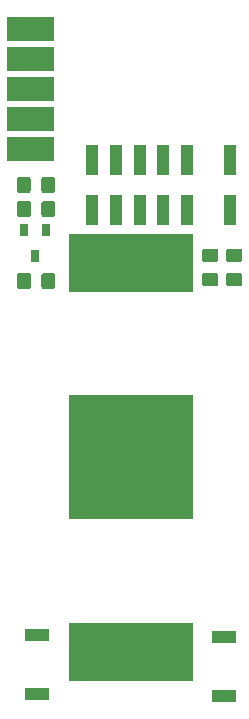
<source format=gtp>
G04 #@! TF.GenerationSoftware,KiCad,Pcbnew,(5.1.5)-3*
G04 #@! TF.CreationDate,2020-04-21T12:57:46+02:00*
G04 #@! TF.ProjectId,RHS_3_Simple,5248535f-335f-4536-996d-706c652e6b69,rev?*
G04 #@! TF.SameCoordinates,Original*
G04 #@! TF.FileFunction,Paste,Top*
G04 #@! TF.FilePolarity,Positive*
%FSLAX46Y46*%
G04 Gerber Fmt 4.6, Leading zero omitted, Abs format (unit mm)*
G04 Created by KiCad (PCBNEW (5.1.5)-3) date 2020-04-21 12:57:46*
%MOMM*%
%LPD*%
G04 APERTURE LIST*
%ADD10R,1.000000X2.580000*%
%ADD11R,10.500000X5.000000*%
%ADD12R,10.500000X10.500000*%
%ADD13C,0.100000*%
%ADD14R,0.800000X1.100000*%
%ADD15R,2.000000X1.000000*%
G04 APERTURE END LIST*
D10*
X108331000Y-140515000D03*
X108331000Y-136345000D03*
X96711000Y-140515000D03*
X96711000Y-136345000D03*
X98711000Y-140515000D03*
X98711000Y-136345000D03*
X100711000Y-140515000D03*
X100711000Y-136345000D03*
X102711000Y-140515000D03*
X102711000Y-136345000D03*
X104711000Y-140515000D03*
X104711000Y-136345000D03*
D11*
X100000000Y-178000000D03*
X100000000Y-145000000D03*
D12*
X100000000Y-161500000D03*
D13*
G36*
X91272505Y-139763204D02*
G01*
X91296773Y-139766804D01*
X91320572Y-139772765D01*
X91343671Y-139781030D01*
X91365850Y-139791520D01*
X91386893Y-139804132D01*
X91406599Y-139818747D01*
X91424777Y-139835223D01*
X91441253Y-139853401D01*
X91455868Y-139873107D01*
X91468480Y-139894150D01*
X91478970Y-139916329D01*
X91487235Y-139939428D01*
X91493196Y-139963227D01*
X91496796Y-139987495D01*
X91498000Y-140011999D01*
X91498000Y-140912001D01*
X91496796Y-140936505D01*
X91493196Y-140960773D01*
X91487235Y-140984572D01*
X91478970Y-141007671D01*
X91468480Y-141029850D01*
X91455868Y-141050893D01*
X91441253Y-141070599D01*
X91424777Y-141088777D01*
X91406599Y-141105253D01*
X91386893Y-141119868D01*
X91365850Y-141132480D01*
X91343671Y-141142970D01*
X91320572Y-141151235D01*
X91296773Y-141157196D01*
X91272505Y-141160796D01*
X91248001Y-141162000D01*
X90597999Y-141162000D01*
X90573495Y-141160796D01*
X90549227Y-141157196D01*
X90525428Y-141151235D01*
X90502329Y-141142970D01*
X90480150Y-141132480D01*
X90459107Y-141119868D01*
X90439401Y-141105253D01*
X90421223Y-141088777D01*
X90404747Y-141070599D01*
X90390132Y-141050893D01*
X90377520Y-141029850D01*
X90367030Y-141007671D01*
X90358765Y-140984572D01*
X90352804Y-140960773D01*
X90349204Y-140936505D01*
X90348000Y-140912001D01*
X90348000Y-140011999D01*
X90349204Y-139987495D01*
X90352804Y-139963227D01*
X90358765Y-139939428D01*
X90367030Y-139916329D01*
X90377520Y-139894150D01*
X90390132Y-139873107D01*
X90404747Y-139853401D01*
X90421223Y-139835223D01*
X90439401Y-139818747D01*
X90459107Y-139804132D01*
X90480150Y-139791520D01*
X90502329Y-139781030D01*
X90525428Y-139772765D01*
X90549227Y-139766804D01*
X90573495Y-139763204D01*
X90597999Y-139762000D01*
X91248001Y-139762000D01*
X91272505Y-139763204D01*
G37*
G36*
X93322505Y-139763204D02*
G01*
X93346773Y-139766804D01*
X93370572Y-139772765D01*
X93393671Y-139781030D01*
X93415850Y-139791520D01*
X93436893Y-139804132D01*
X93456599Y-139818747D01*
X93474777Y-139835223D01*
X93491253Y-139853401D01*
X93505868Y-139873107D01*
X93518480Y-139894150D01*
X93528970Y-139916329D01*
X93537235Y-139939428D01*
X93543196Y-139963227D01*
X93546796Y-139987495D01*
X93548000Y-140011999D01*
X93548000Y-140912001D01*
X93546796Y-140936505D01*
X93543196Y-140960773D01*
X93537235Y-140984572D01*
X93528970Y-141007671D01*
X93518480Y-141029850D01*
X93505868Y-141050893D01*
X93491253Y-141070599D01*
X93474777Y-141088777D01*
X93456599Y-141105253D01*
X93436893Y-141119868D01*
X93415850Y-141132480D01*
X93393671Y-141142970D01*
X93370572Y-141151235D01*
X93346773Y-141157196D01*
X93322505Y-141160796D01*
X93298001Y-141162000D01*
X92647999Y-141162000D01*
X92623495Y-141160796D01*
X92599227Y-141157196D01*
X92575428Y-141151235D01*
X92552329Y-141142970D01*
X92530150Y-141132480D01*
X92509107Y-141119868D01*
X92489401Y-141105253D01*
X92471223Y-141088777D01*
X92454747Y-141070599D01*
X92440132Y-141050893D01*
X92427520Y-141029850D01*
X92417030Y-141007671D01*
X92408765Y-140984572D01*
X92402804Y-140960773D01*
X92399204Y-140936505D01*
X92398000Y-140912001D01*
X92398000Y-140011999D01*
X92399204Y-139987495D01*
X92402804Y-139963227D01*
X92408765Y-139939428D01*
X92417030Y-139916329D01*
X92427520Y-139894150D01*
X92440132Y-139873107D01*
X92454747Y-139853401D01*
X92471223Y-139835223D01*
X92489401Y-139818747D01*
X92509107Y-139804132D01*
X92530150Y-139791520D01*
X92552329Y-139781030D01*
X92575428Y-139772765D01*
X92599227Y-139766804D01*
X92623495Y-139763204D01*
X92647999Y-139762000D01*
X93298001Y-139762000D01*
X93322505Y-139763204D01*
G37*
G36*
X91262505Y-137731204D02*
G01*
X91286773Y-137734804D01*
X91310572Y-137740765D01*
X91333671Y-137749030D01*
X91355850Y-137759520D01*
X91376893Y-137772132D01*
X91396599Y-137786747D01*
X91414777Y-137803223D01*
X91431253Y-137821401D01*
X91445868Y-137841107D01*
X91458480Y-137862150D01*
X91468970Y-137884329D01*
X91477235Y-137907428D01*
X91483196Y-137931227D01*
X91486796Y-137955495D01*
X91488000Y-137979999D01*
X91488000Y-138880001D01*
X91486796Y-138904505D01*
X91483196Y-138928773D01*
X91477235Y-138952572D01*
X91468970Y-138975671D01*
X91458480Y-138997850D01*
X91445868Y-139018893D01*
X91431253Y-139038599D01*
X91414777Y-139056777D01*
X91396599Y-139073253D01*
X91376893Y-139087868D01*
X91355850Y-139100480D01*
X91333671Y-139110970D01*
X91310572Y-139119235D01*
X91286773Y-139125196D01*
X91262505Y-139128796D01*
X91238001Y-139130000D01*
X90587999Y-139130000D01*
X90563495Y-139128796D01*
X90539227Y-139125196D01*
X90515428Y-139119235D01*
X90492329Y-139110970D01*
X90470150Y-139100480D01*
X90449107Y-139087868D01*
X90429401Y-139073253D01*
X90411223Y-139056777D01*
X90394747Y-139038599D01*
X90380132Y-139018893D01*
X90367520Y-138997850D01*
X90357030Y-138975671D01*
X90348765Y-138952572D01*
X90342804Y-138928773D01*
X90339204Y-138904505D01*
X90338000Y-138880001D01*
X90338000Y-137979999D01*
X90339204Y-137955495D01*
X90342804Y-137931227D01*
X90348765Y-137907428D01*
X90357030Y-137884329D01*
X90367520Y-137862150D01*
X90380132Y-137841107D01*
X90394747Y-137821401D01*
X90411223Y-137803223D01*
X90429401Y-137786747D01*
X90449107Y-137772132D01*
X90470150Y-137759520D01*
X90492329Y-137749030D01*
X90515428Y-137740765D01*
X90539227Y-137734804D01*
X90563495Y-137731204D01*
X90587999Y-137730000D01*
X91238001Y-137730000D01*
X91262505Y-137731204D01*
G37*
G36*
X93312505Y-137731204D02*
G01*
X93336773Y-137734804D01*
X93360572Y-137740765D01*
X93383671Y-137749030D01*
X93405850Y-137759520D01*
X93426893Y-137772132D01*
X93446599Y-137786747D01*
X93464777Y-137803223D01*
X93481253Y-137821401D01*
X93495868Y-137841107D01*
X93508480Y-137862150D01*
X93518970Y-137884329D01*
X93527235Y-137907428D01*
X93533196Y-137931227D01*
X93536796Y-137955495D01*
X93538000Y-137979999D01*
X93538000Y-138880001D01*
X93536796Y-138904505D01*
X93533196Y-138928773D01*
X93527235Y-138952572D01*
X93518970Y-138975671D01*
X93508480Y-138997850D01*
X93495868Y-139018893D01*
X93481253Y-139038599D01*
X93464777Y-139056777D01*
X93446599Y-139073253D01*
X93426893Y-139087868D01*
X93405850Y-139100480D01*
X93383671Y-139110970D01*
X93360572Y-139119235D01*
X93336773Y-139125196D01*
X93312505Y-139128796D01*
X93288001Y-139130000D01*
X92637999Y-139130000D01*
X92613495Y-139128796D01*
X92589227Y-139125196D01*
X92565428Y-139119235D01*
X92542329Y-139110970D01*
X92520150Y-139100480D01*
X92499107Y-139087868D01*
X92479401Y-139073253D01*
X92461223Y-139056777D01*
X92444747Y-139038599D01*
X92430132Y-139018893D01*
X92417520Y-138997850D01*
X92407030Y-138975671D01*
X92398765Y-138952572D01*
X92392804Y-138928773D01*
X92389204Y-138904505D01*
X92388000Y-138880001D01*
X92388000Y-137979999D01*
X92389204Y-137955495D01*
X92392804Y-137931227D01*
X92398765Y-137907428D01*
X92407030Y-137884329D01*
X92417520Y-137862150D01*
X92430132Y-137841107D01*
X92444747Y-137821401D01*
X92461223Y-137803223D01*
X92479401Y-137786747D01*
X92499107Y-137772132D01*
X92520150Y-137759520D01*
X92542329Y-137749030D01*
X92565428Y-137740765D01*
X92589227Y-137734804D01*
X92613495Y-137731204D01*
X92637999Y-137730000D01*
X93288001Y-137730000D01*
X93312505Y-137731204D01*
G37*
G36*
X107154505Y-145866204D02*
G01*
X107178773Y-145869804D01*
X107202572Y-145875765D01*
X107225671Y-145884030D01*
X107247850Y-145894520D01*
X107268893Y-145907132D01*
X107288599Y-145921747D01*
X107306777Y-145938223D01*
X107323253Y-145956401D01*
X107337868Y-145976107D01*
X107350480Y-145997150D01*
X107360970Y-146019329D01*
X107369235Y-146042428D01*
X107375196Y-146066227D01*
X107378796Y-146090495D01*
X107380000Y-146114999D01*
X107380000Y-146765001D01*
X107378796Y-146789505D01*
X107375196Y-146813773D01*
X107369235Y-146837572D01*
X107360970Y-146860671D01*
X107350480Y-146882850D01*
X107337868Y-146903893D01*
X107323253Y-146923599D01*
X107306777Y-146941777D01*
X107288599Y-146958253D01*
X107268893Y-146972868D01*
X107247850Y-146985480D01*
X107225671Y-146995970D01*
X107202572Y-147004235D01*
X107178773Y-147010196D01*
X107154505Y-147013796D01*
X107130001Y-147015000D01*
X106229999Y-147015000D01*
X106205495Y-147013796D01*
X106181227Y-147010196D01*
X106157428Y-147004235D01*
X106134329Y-146995970D01*
X106112150Y-146985480D01*
X106091107Y-146972868D01*
X106071401Y-146958253D01*
X106053223Y-146941777D01*
X106036747Y-146923599D01*
X106022132Y-146903893D01*
X106009520Y-146882850D01*
X105999030Y-146860671D01*
X105990765Y-146837572D01*
X105984804Y-146813773D01*
X105981204Y-146789505D01*
X105980000Y-146765001D01*
X105980000Y-146114999D01*
X105981204Y-146090495D01*
X105984804Y-146066227D01*
X105990765Y-146042428D01*
X105999030Y-146019329D01*
X106009520Y-145997150D01*
X106022132Y-145976107D01*
X106036747Y-145956401D01*
X106053223Y-145938223D01*
X106071401Y-145921747D01*
X106091107Y-145907132D01*
X106112150Y-145894520D01*
X106134329Y-145884030D01*
X106157428Y-145875765D01*
X106181227Y-145869804D01*
X106205495Y-145866204D01*
X106229999Y-145865000D01*
X107130001Y-145865000D01*
X107154505Y-145866204D01*
G37*
G36*
X107154505Y-143816204D02*
G01*
X107178773Y-143819804D01*
X107202572Y-143825765D01*
X107225671Y-143834030D01*
X107247850Y-143844520D01*
X107268893Y-143857132D01*
X107288599Y-143871747D01*
X107306777Y-143888223D01*
X107323253Y-143906401D01*
X107337868Y-143926107D01*
X107350480Y-143947150D01*
X107360970Y-143969329D01*
X107369235Y-143992428D01*
X107375196Y-144016227D01*
X107378796Y-144040495D01*
X107380000Y-144064999D01*
X107380000Y-144715001D01*
X107378796Y-144739505D01*
X107375196Y-144763773D01*
X107369235Y-144787572D01*
X107360970Y-144810671D01*
X107350480Y-144832850D01*
X107337868Y-144853893D01*
X107323253Y-144873599D01*
X107306777Y-144891777D01*
X107288599Y-144908253D01*
X107268893Y-144922868D01*
X107247850Y-144935480D01*
X107225671Y-144945970D01*
X107202572Y-144954235D01*
X107178773Y-144960196D01*
X107154505Y-144963796D01*
X107130001Y-144965000D01*
X106229999Y-144965000D01*
X106205495Y-144963796D01*
X106181227Y-144960196D01*
X106157428Y-144954235D01*
X106134329Y-144945970D01*
X106112150Y-144935480D01*
X106091107Y-144922868D01*
X106071401Y-144908253D01*
X106053223Y-144891777D01*
X106036747Y-144873599D01*
X106022132Y-144853893D01*
X106009520Y-144832850D01*
X105999030Y-144810671D01*
X105990765Y-144787572D01*
X105984804Y-144763773D01*
X105981204Y-144739505D01*
X105980000Y-144715001D01*
X105980000Y-144064999D01*
X105981204Y-144040495D01*
X105984804Y-144016227D01*
X105990765Y-143992428D01*
X105999030Y-143969329D01*
X106009520Y-143947150D01*
X106022132Y-143926107D01*
X106036747Y-143906401D01*
X106053223Y-143888223D01*
X106071401Y-143871747D01*
X106091107Y-143857132D01*
X106112150Y-143844520D01*
X106134329Y-143834030D01*
X106157428Y-143825765D01*
X106181227Y-143819804D01*
X106205495Y-143816204D01*
X106229999Y-143815000D01*
X107130001Y-143815000D01*
X107154505Y-143816204D01*
G37*
G36*
X109186505Y-143816204D02*
G01*
X109210773Y-143819804D01*
X109234572Y-143825765D01*
X109257671Y-143834030D01*
X109279850Y-143844520D01*
X109300893Y-143857132D01*
X109320599Y-143871747D01*
X109338777Y-143888223D01*
X109355253Y-143906401D01*
X109369868Y-143926107D01*
X109382480Y-143947150D01*
X109392970Y-143969329D01*
X109401235Y-143992428D01*
X109407196Y-144016227D01*
X109410796Y-144040495D01*
X109412000Y-144064999D01*
X109412000Y-144715001D01*
X109410796Y-144739505D01*
X109407196Y-144763773D01*
X109401235Y-144787572D01*
X109392970Y-144810671D01*
X109382480Y-144832850D01*
X109369868Y-144853893D01*
X109355253Y-144873599D01*
X109338777Y-144891777D01*
X109320599Y-144908253D01*
X109300893Y-144922868D01*
X109279850Y-144935480D01*
X109257671Y-144945970D01*
X109234572Y-144954235D01*
X109210773Y-144960196D01*
X109186505Y-144963796D01*
X109162001Y-144965000D01*
X108261999Y-144965000D01*
X108237495Y-144963796D01*
X108213227Y-144960196D01*
X108189428Y-144954235D01*
X108166329Y-144945970D01*
X108144150Y-144935480D01*
X108123107Y-144922868D01*
X108103401Y-144908253D01*
X108085223Y-144891777D01*
X108068747Y-144873599D01*
X108054132Y-144853893D01*
X108041520Y-144832850D01*
X108031030Y-144810671D01*
X108022765Y-144787572D01*
X108016804Y-144763773D01*
X108013204Y-144739505D01*
X108012000Y-144715001D01*
X108012000Y-144064999D01*
X108013204Y-144040495D01*
X108016804Y-144016227D01*
X108022765Y-143992428D01*
X108031030Y-143969329D01*
X108041520Y-143947150D01*
X108054132Y-143926107D01*
X108068747Y-143906401D01*
X108085223Y-143888223D01*
X108103401Y-143871747D01*
X108123107Y-143857132D01*
X108144150Y-143844520D01*
X108166329Y-143834030D01*
X108189428Y-143825765D01*
X108213227Y-143819804D01*
X108237495Y-143816204D01*
X108261999Y-143815000D01*
X109162001Y-143815000D01*
X109186505Y-143816204D01*
G37*
G36*
X109186505Y-145866204D02*
G01*
X109210773Y-145869804D01*
X109234572Y-145875765D01*
X109257671Y-145884030D01*
X109279850Y-145894520D01*
X109300893Y-145907132D01*
X109320599Y-145921747D01*
X109338777Y-145938223D01*
X109355253Y-145956401D01*
X109369868Y-145976107D01*
X109382480Y-145997150D01*
X109392970Y-146019329D01*
X109401235Y-146042428D01*
X109407196Y-146066227D01*
X109410796Y-146090495D01*
X109412000Y-146114999D01*
X109412000Y-146765001D01*
X109410796Y-146789505D01*
X109407196Y-146813773D01*
X109401235Y-146837572D01*
X109392970Y-146860671D01*
X109382480Y-146882850D01*
X109369868Y-146903893D01*
X109355253Y-146923599D01*
X109338777Y-146941777D01*
X109320599Y-146958253D01*
X109300893Y-146972868D01*
X109279850Y-146985480D01*
X109257671Y-146995970D01*
X109234572Y-147004235D01*
X109210773Y-147010196D01*
X109186505Y-147013796D01*
X109162001Y-147015000D01*
X108261999Y-147015000D01*
X108237495Y-147013796D01*
X108213227Y-147010196D01*
X108189428Y-147004235D01*
X108166329Y-146995970D01*
X108144150Y-146985480D01*
X108123107Y-146972868D01*
X108103401Y-146958253D01*
X108085223Y-146941777D01*
X108068747Y-146923599D01*
X108054132Y-146903893D01*
X108041520Y-146882850D01*
X108031030Y-146860671D01*
X108022765Y-146837572D01*
X108016804Y-146813773D01*
X108013204Y-146789505D01*
X108012000Y-146765001D01*
X108012000Y-146114999D01*
X108013204Y-146090495D01*
X108016804Y-146066227D01*
X108022765Y-146042428D01*
X108031030Y-146019329D01*
X108041520Y-145997150D01*
X108054132Y-145976107D01*
X108068747Y-145956401D01*
X108085223Y-145938223D01*
X108103401Y-145921747D01*
X108123107Y-145907132D01*
X108144150Y-145894520D01*
X108166329Y-145884030D01*
X108189428Y-145875765D01*
X108213227Y-145869804D01*
X108237495Y-145866204D01*
X108261999Y-145865000D01*
X109162001Y-145865000D01*
X109186505Y-145866204D01*
G37*
G36*
X89440000Y-124222000D02*
G01*
X93440000Y-124222000D01*
X93440000Y-126222000D01*
X89440000Y-126222000D01*
X89440000Y-124222000D01*
G37*
G36*
X89440000Y-126762000D02*
G01*
X93440000Y-126762000D01*
X93440000Y-128762000D01*
X89440000Y-128762000D01*
X89440000Y-126762000D01*
G37*
G36*
X89440000Y-129302000D02*
G01*
X93440000Y-129302000D01*
X93440000Y-131302000D01*
X89440000Y-131302000D01*
X89440000Y-129302000D01*
G37*
G36*
X89440000Y-131842000D02*
G01*
X93440000Y-131842000D01*
X93440000Y-133842000D01*
X89440000Y-133842000D01*
X89440000Y-131842000D01*
G37*
G36*
X89440000Y-134382000D02*
G01*
X93440000Y-134382000D01*
X93440000Y-136382000D01*
X89440000Y-136382000D01*
X89440000Y-134382000D01*
G37*
D14*
X91868000Y-144483000D03*
X90918000Y-142283000D03*
X92818000Y-142283000D03*
D13*
G36*
X93322505Y-145859204D02*
G01*
X93346773Y-145862804D01*
X93370572Y-145868765D01*
X93393671Y-145877030D01*
X93415850Y-145887520D01*
X93436893Y-145900132D01*
X93456599Y-145914747D01*
X93474777Y-145931223D01*
X93491253Y-145949401D01*
X93505868Y-145969107D01*
X93518480Y-145990150D01*
X93528970Y-146012329D01*
X93537235Y-146035428D01*
X93543196Y-146059227D01*
X93546796Y-146083495D01*
X93548000Y-146107999D01*
X93548000Y-147008001D01*
X93546796Y-147032505D01*
X93543196Y-147056773D01*
X93537235Y-147080572D01*
X93528970Y-147103671D01*
X93518480Y-147125850D01*
X93505868Y-147146893D01*
X93491253Y-147166599D01*
X93474777Y-147184777D01*
X93456599Y-147201253D01*
X93436893Y-147215868D01*
X93415850Y-147228480D01*
X93393671Y-147238970D01*
X93370572Y-147247235D01*
X93346773Y-147253196D01*
X93322505Y-147256796D01*
X93298001Y-147258000D01*
X92647999Y-147258000D01*
X92623495Y-147256796D01*
X92599227Y-147253196D01*
X92575428Y-147247235D01*
X92552329Y-147238970D01*
X92530150Y-147228480D01*
X92509107Y-147215868D01*
X92489401Y-147201253D01*
X92471223Y-147184777D01*
X92454747Y-147166599D01*
X92440132Y-147146893D01*
X92427520Y-147125850D01*
X92417030Y-147103671D01*
X92408765Y-147080572D01*
X92402804Y-147056773D01*
X92399204Y-147032505D01*
X92398000Y-147008001D01*
X92398000Y-146107999D01*
X92399204Y-146083495D01*
X92402804Y-146059227D01*
X92408765Y-146035428D01*
X92417030Y-146012329D01*
X92427520Y-145990150D01*
X92440132Y-145969107D01*
X92454747Y-145949401D01*
X92471223Y-145931223D01*
X92489401Y-145914747D01*
X92509107Y-145900132D01*
X92530150Y-145887520D01*
X92552329Y-145877030D01*
X92575428Y-145868765D01*
X92599227Y-145862804D01*
X92623495Y-145859204D01*
X92647999Y-145858000D01*
X93298001Y-145858000D01*
X93322505Y-145859204D01*
G37*
G36*
X91272505Y-145859204D02*
G01*
X91296773Y-145862804D01*
X91320572Y-145868765D01*
X91343671Y-145877030D01*
X91365850Y-145887520D01*
X91386893Y-145900132D01*
X91406599Y-145914747D01*
X91424777Y-145931223D01*
X91441253Y-145949401D01*
X91455868Y-145969107D01*
X91468480Y-145990150D01*
X91478970Y-146012329D01*
X91487235Y-146035428D01*
X91493196Y-146059227D01*
X91496796Y-146083495D01*
X91498000Y-146107999D01*
X91498000Y-147008001D01*
X91496796Y-147032505D01*
X91493196Y-147056773D01*
X91487235Y-147080572D01*
X91478970Y-147103671D01*
X91468480Y-147125850D01*
X91455868Y-147146893D01*
X91441253Y-147166599D01*
X91424777Y-147184777D01*
X91406599Y-147201253D01*
X91386893Y-147215868D01*
X91365850Y-147228480D01*
X91343671Y-147238970D01*
X91320572Y-147247235D01*
X91296773Y-147253196D01*
X91272505Y-147256796D01*
X91248001Y-147258000D01*
X90597999Y-147258000D01*
X90573495Y-147256796D01*
X90549227Y-147253196D01*
X90525428Y-147247235D01*
X90502329Y-147238970D01*
X90480150Y-147228480D01*
X90459107Y-147215868D01*
X90439401Y-147201253D01*
X90421223Y-147184777D01*
X90404747Y-147166599D01*
X90390132Y-147146893D01*
X90377520Y-147125850D01*
X90367030Y-147103671D01*
X90358765Y-147080572D01*
X90352804Y-147056773D01*
X90349204Y-147032505D01*
X90348000Y-147008001D01*
X90348000Y-146107999D01*
X90349204Y-146083495D01*
X90352804Y-146059227D01*
X90358765Y-146035428D01*
X90367030Y-146012329D01*
X90377520Y-145990150D01*
X90390132Y-145969107D01*
X90404747Y-145949401D01*
X90421223Y-145931223D01*
X90439401Y-145914747D01*
X90459107Y-145900132D01*
X90480150Y-145887520D01*
X90502329Y-145877030D01*
X90525428Y-145868765D01*
X90549227Y-145862804D01*
X90573495Y-145859204D01*
X90597999Y-145858000D01*
X91248001Y-145858000D01*
X91272505Y-145859204D01*
G37*
D15*
X92000000Y-176570000D03*
X92000000Y-181570000D03*
X107823000Y-181697000D03*
X107823000Y-176697000D03*
M02*

</source>
